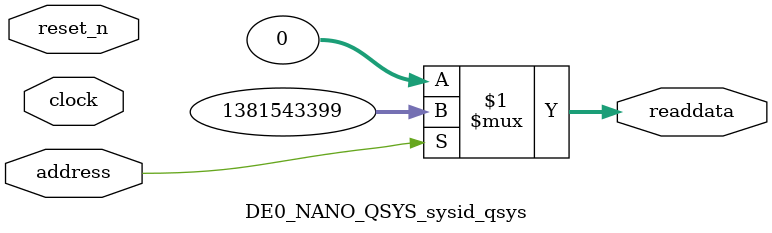
<source format=v>

`timescale 1ns / 1ps
// synthesis translate_on

// turn off superfluous verilog processor warnings 
// altera message_level Level1 
// altera message_off 10034 10035 10036 10037 10230 10240 10030 

module DE0_NANO_QSYS_sysid_qsys (
               // inputs:
                address,
                clock,
                reset_n,

               // outputs:
                readdata
             )
;

  output  [ 31: 0] readdata;
  input            address;
  input            clock;
  input            reset_n;

  wire    [ 31: 0] readdata;
  //control_slave, which is an e_avalon_slave
  assign readdata = address ? 1381543399 : 0;

endmodule




</source>
